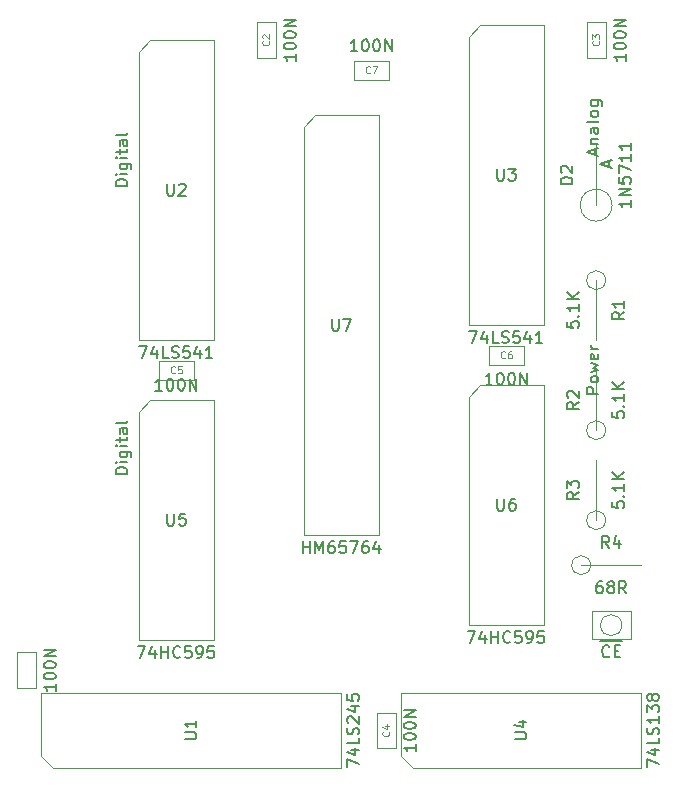
<source format=gbr>
G04 #@! TF.GenerationSoftware,KiCad,Pcbnew,(5.1.2)-2*
G04 #@! TF.CreationDate,2020-02-08T13:07:24+13:00*
G04 #@! TF.ProjectId,APEDSK-AU,41504544-534b-42d4-9155-2e6b69636164,rev?*
G04 #@! TF.SameCoordinates,Original*
G04 #@! TF.FileFunction,Other,Fab,Top*
%FSLAX46Y46*%
G04 Gerber Fmt 4.6, Leading zero omitted, Abs format (unit mm)*
G04 Created by KiCad (PCBNEW (5.1.2)-2) date 2020-02-08 13:07:24*
%MOMM*%
%LPD*%
G04 APERTURE LIST*
%ADD10C,0.100000*%
%ADD11C,0.150000*%
%ADD12C,0.090000*%
G04 APERTURE END LIST*
D10*
X166878000Y-116205000D02*
X171958000Y-116205000D01*
X167678000Y-116205000D02*
G75*
G03X167678000Y-116205000I-800000J0D01*
G01*
X168148000Y-112395000D02*
X168148000Y-107315000D01*
X168948000Y-112395000D02*
G75*
G03X168948000Y-112395000I-800000J0D01*
G01*
X168148000Y-104775000D02*
X168148000Y-99695000D01*
X168948000Y-104775000D02*
G75*
G03X168948000Y-104775000I-800000J0D01*
G01*
X168148000Y-92075000D02*
X168148000Y-97155000D01*
X168948000Y-92075000D02*
G75*
G03X168948000Y-92075000I-800000J0D01*
G01*
X168148000Y-85725000D02*
X168148000Y-80645000D01*
X169498000Y-85725000D02*
G75*
G03X169498000Y-85725000I-1350000J0D01*
G01*
X152638000Y-133350000D02*
X151638000Y-132350000D01*
X171958000Y-133350000D02*
X152638000Y-133350000D01*
X171958000Y-127000000D02*
X171958000Y-133350000D01*
X151638000Y-127000000D02*
X171958000Y-127000000D01*
X151638000Y-132350000D02*
X151638000Y-127000000D01*
X122158000Y-133350000D02*
X121158000Y-132350000D01*
X146558000Y-133350000D02*
X122158000Y-133350000D01*
X146558000Y-127000000D02*
X146558000Y-133350000D01*
X121158000Y-127000000D02*
X146558000Y-127000000D01*
X121158000Y-132350000D02*
X121158000Y-127000000D01*
X119088000Y-123575000D02*
X119088000Y-126575000D01*
X120688000Y-123575000D02*
X119088000Y-123575000D01*
X120688000Y-126575000D02*
X120688000Y-123575000D01*
X119088000Y-126575000D02*
X120688000Y-126575000D01*
X129413000Y-72755000D02*
X130413000Y-71755000D01*
X129413000Y-97155000D02*
X129413000Y-72755000D01*
X135763000Y-97155000D02*
X129413000Y-97155000D01*
X135763000Y-71755000D02*
X135763000Y-97155000D01*
X130413000Y-71755000D02*
X135763000Y-71755000D01*
X129413000Y-103235000D02*
X130413000Y-102235000D01*
X129413000Y-122555000D02*
X129413000Y-103235000D01*
X135763000Y-122555000D02*
X129413000Y-122555000D01*
X135763000Y-102235000D02*
X135763000Y-122555000D01*
X130413000Y-102235000D02*
X135763000Y-102235000D01*
X143383000Y-79105000D02*
X144383000Y-78105000D01*
X143383000Y-113665000D02*
X143383000Y-79105000D01*
X149733000Y-113665000D02*
X143383000Y-113665000D01*
X149733000Y-78105000D02*
X149733000Y-113665000D01*
X144383000Y-78105000D02*
X149733000Y-78105000D01*
X157353000Y-101965000D02*
X158353000Y-100965000D01*
X157353000Y-121285000D02*
X157353000Y-101965000D01*
X163703000Y-121285000D02*
X157353000Y-121285000D01*
X163703000Y-100965000D02*
X163703000Y-121285000D01*
X158353000Y-100965000D02*
X163703000Y-100965000D01*
X157353000Y-71485000D02*
X158353000Y-70485000D01*
X157353000Y-95885000D02*
X157353000Y-71485000D01*
X163703000Y-95885000D02*
X157353000Y-95885000D01*
X163703000Y-70485000D02*
X163703000Y-95885000D01*
X158353000Y-70485000D02*
X163703000Y-70485000D01*
X171068000Y-120085000D02*
X167768000Y-120085000D01*
X171068000Y-122485000D02*
X171068000Y-120085000D01*
X167768000Y-122485000D02*
X171068000Y-122485000D01*
X167768000Y-120085000D02*
X167768000Y-122485000D01*
X170318000Y-121285000D02*
G75*
G03X170318000Y-121285000I-900000J0D01*
G01*
X149568000Y-128695000D02*
X149568000Y-131695000D01*
X151168000Y-128695000D02*
X149568000Y-128695000D01*
X151168000Y-131695000D02*
X151168000Y-128695000D01*
X149568000Y-131695000D02*
X151168000Y-131695000D01*
X162048000Y-97625000D02*
X159048000Y-97625000D01*
X162048000Y-99225000D02*
X162048000Y-97625000D01*
X159048000Y-99225000D02*
X162048000Y-99225000D01*
X159048000Y-97625000D02*
X159048000Y-99225000D01*
X167348000Y-70235000D02*
X167348000Y-73235000D01*
X168948000Y-70235000D02*
X167348000Y-70235000D01*
X168948000Y-73235000D02*
X168948000Y-70235000D01*
X167348000Y-73235000D02*
X168948000Y-73235000D01*
X147618000Y-75095000D02*
X150618000Y-75095000D01*
X147618000Y-73495000D02*
X147618000Y-75095000D01*
X150618000Y-73495000D02*
X147618000Y-73495000D01*
X150618000Y-75095000D02*
X150618000Y-73495000D01*
X139408000Y-70235000D02*
X139408000Y-73235000D01*
X141008000Y-70235000D02*
X139408000Y-70235000D01*
X141008000Y-73235000D02*
X141008000Y-70235000D01*
X139408000Y-73235000D02*
X141008000Y-73235000D01*
X131108000Y-100495000D02*
X134108000Y-100495000D01*
X131108000Y-98895000D02*
X131108000Y-100495000D01*
X134108000Y-98895000D02*
X131108000Y-98895000D01*
X134108000Y-100495000D02*
X134108000Y-98895000D01*
D11*
X168632285Y-117577380D02*
X168441809Y-117577380D01*
X168346571Y-117625000D01*
X168298952Y-117672619D01*
X168203714Y-117815476D01*
X168156095Y-118005952D01*
X168156095Y-118386904D01*
X168203714Y-118482142D01*
X168251333Y-118529761D01*
X168346571Y-118577380D01*
X168537047Y-118577380D01*
X168632285Y-118529761D01*
X168679904Y-118482142D01*
X168727523Y-118386904D01*
X168727523Y-118148809D01*
X168679904Y-118053571D01*
X168632285Y-118005952D01*
X168537047Y-117958333D01*
X168346571Y-117958333D01*
X168251333Y-118005952D01*
X168203714Y-118053571D01*
X168156095Y-118148809D01*
X169298952Y-118005952D02*
X169203714Y-117958333D01*
X169156095Y-117910714D01*
X169108476Y-117815476D01*
X169108476Y-117767857D01*
X169156095Y-117672619D01*
X169203714Y-117625000D01*
X169298952Y-117577380D01*
X169489428Y-117577380D01*
X169584666Y-117625000D01*
X169632285Y-117672619D01*
X169679904Y-117767857D01*
X169679904Y-117815476D01*
X169632285Y-117910714D01*
X169584666Y-117958333D01*
X169489428Y-118005952D01*
X169298952Y-118005952D01*
X169203714Y-118053571D01*
X169156095Y-118101190D01*
X169108476Y-118196428D01*
X169108476Y-118386904D01*
X169156095Y-118482142D01*
X169203714Y-118529761D01*
X169298952Y-118577380D01*
X169489428Y-118577380D01*
X169584666Y-118529761D01*
X169632285Y-118482142D01*
X169679904Y-118386904D01*
X169679904Y-118196428D01*
X169632285Y-118101190D01*
X169584666Y-118053571D01*
X169489428Y-118005952D01*
X170679904Y-118577380D02*
X170346571Y-118101190D01*
X170108476Y-118577380D02*
X170108476Y-117577380D01*
X170489428Y-117577380D01*
X170584666Y-117625000D01*
X170632285Y-117672619D01*
X170679904Y-117767857D01*
X170679904Y-117910714D01*
X170632285Y-118005952D01*
X170584666Y-118053571D01*
X170489428Y-118101190D01*
X170108476Y-118101190D01*
X169251333Y-114737380D02*
X168918000Y-114261190D01*
X168679904Y-114737380D02*
X168679904Y-113737380D01*
X169060857Y-113737380D01*
X169156095Y-113785000D01*
X169203714Y-113832619D01*
X169251333Y-113927857D01*
X169251333Y-114070714D01*
X169203714Y-114165952D01*
X169156095Y-114213571D01*
X169060857Y-114261190D01*
X168679904Y-114261190D01*
X170108476Y-114070714D02*
X170108476Y-114737380D01*
X169870380Y-113689761D02*
X169632285Y-114404047D01*
X170251333Y-114404047D01*
X169520380Y-110831190D02*
X169520380Y-111307380D01*
X169996571Y-111355000D01*
X169948952Y-111307380D01*
X169901333Y-111212142D01*
X169901333Y-110974047D01*
X169948952Y-110878809D01*
X169996571Y-110831190D01*
X170091809Y-110783571D01*
X170329904Y-110783571D01*
X170425142Y-110831190D01*
X170472761Y-110878809D01*
X170520380Y-110974047D01*
X170520380Y-111212142D01*
X170472761Y-111307380D01*
X170425142Y-111355000D01*
X170425142Y-110355000D02*
X170472761Y-110307380D01*
X170520380Y-110355000D01*
X170472761Y-110402619D01*
X170425142Y-110355000D01*
X170520380Y-110355000D01*
X170520380Y-109355000D02*
X170520380Y-109926428D01*
X170520380Y-109640714D02*
X169520380Y-109640714D01*
X169663238Y-109735952D01*
X169758476Y-109831190D01*
X169806095Y-109926428D01*
X170520380Y-108926428D02*
X169520380Y-108926428D01*
X170520380Y-108355000D02*
X169948952Y-108783571D01*
X169520380Y-108355000D02*
X170091809Y-108926428D01*
X166680380Y-110021666D02*
X166204190Y-110355000D01*
X166680380Y-110593095D02*
X165680380Y-110593095D01*
X165680380Y-110212142D01*
X165728000Y-110116904D01*
X165775619Y-110069285D01*
X165870857Y-110021666D01*
X166013714Y-110021666D01*
X166108952Y-110069285D01*
X166156571Y-110116904D01*
X166204190Y-110212142D01*
X166204190Y-110593095D01*
X165680380Y-109688333D02*
X165680380Y-109069285D01*
X166061333Y-109402619D01*
X166061333Y-109259761D01*
X166108952Y-109164523D01*
X166156571Y-109116904D01*
X166251809Y-109069285D01*
X166489904Y-109069285D01*
X166585142Y-109116904D01*
X166632761Y-109164523D01*
X166680380Y-109259761D01*
X166680380Y-109545476D01*
X166632761Y-109640714D01*
X166585142Y-109688333D01*
X169520380Y-103211190D02*
X169520380Y-103687380D01*
X169996571Y-103735000D01*
X169948952Y-103687380D01*
X169901333Y-103592142D01*
X169901333Y-103354047D01*
X169948952Y-103258809D01*
X169996571Y-103211190D01*
X170091809Y-103163571D01*
X170329904Y-103163571D01*
X170425142Y-103211190D01*
X170472761Y-103258809D01*
X170520380Y-103354047D01*
X170520380Y-103592142D01*
X170472761Y-103687380D01*
X170425142Y-103735000D01*
X170425142Y-102735000D02*
X170472761Y-102687380D01*
X170520380Y-102735000D01*
X170472761Y-102782619D01*
X170425142Y-102735000D01*
X170520380Y-102735000D01*
X170520380Y-101735000D02*
X170520380Y-102306428D01*
X170520380Y-102020714D02*
X169520380Y-102020714D01*
X169663238Y-102115952D01*
X169758476Y-102211190D01*
X169806095Y-102306428D01*
X170520380Y-101306428D02*
X169520380Y-101306428D01*
X170520380Y-100735000D02*
X169948952Y-101163571D01*
X169520380Y-100735000D02*
X170091809Y-101306428D01*
X166680380Y-102401666D02*
X166204190Y-102735000D01*
X166680380Y-102973095D02*
X165680380Y-102973095D01*
X165680380Y-102592142D01*
X165728000Y-102496904D01*
X165775619Y-102449285D01*
X165870857Y-102401666D01*
X166013714Y-102401666D01*
X166108952Y-102449285D01*
X166156571Y-102496904D01*
X166204190Y-102592142D01*
X166204190Y-102973095D01*
X165775619Y-102020714D02*
X165728000Y-101973095D01*
X165680380Y-101877857D01*
X165680380Y-101639761D01*
X165728000Y-101544523D01*
X165775619Y-101496904D01*
X165870857Y-101449285D01*
X165966095Y-101449285D01*
X166108952Y-101496904D01*
X166680380Y-102068333D01*
X166680380Y-101449285D01*
X165680380Y-95591190D02*
X165680380Y-96067380D01*
X166156571Y-96115000D01*
X166108952Y-96067380D01*
X166061333Y-95972142D01*
X166061333Y-95734047D01*
X166108952Y-95638809D01*
X166156571Y-95591190D01*
X166251809Y-95543571D01*
X166489904Y-95543571D01*
X166585142Y-95591190D01*
X166632761Y-95638809D01*
X166680380Y-95734047D01*
X166680380Y-95972142D01*
X166632761Y-96067380D01*
X166585142Y-96115000D01*
X166585142Y-95115000D02*
X166632761Y-95067380D01*
X166680380Y-95115000D01*
X166632761Y-95162619D01*
X166585142Y-95115000D01*
X166680380Y-95115000D01*
X166680380Y-94115000D02*
X166680380Y-94686428D01*
X166680380Y-94400714D02*
X165680380Y-94400714D01*
X165823238Y-94495952D01*
X165918476Y-94591190D01*
X165966095Y-94686428D01*
X166680380Y-93686428D02*
X165680380Y-93686428D01*
X166680380Y-93115000D02*
X166108952Y-93543571D01*
X165680380Y-93115000D02*
X166251809Y-93686428D01*
X170520380Y-94781666D02*
X170044190Y-95115000D01*
X170520380Y-95353095D02*
X169520380Y-95353095D01*
X169520380Y-94972142D01*
X169568000Y-94876904D01*
X169615619Y-94829285D01*
X169710857Y-94781666D01*
X169853714Y-94781666D01*
X169948952Y-94829285D01*
X169996571Y-94876904D01*
X170044190Y-94972142D01*
X170044190Y-95353095D01*
X170520380Y-93829285D02*
X170520380Y-94400714D01*
X170520380Y-94115000D02*
X169520380Y-94115000D01*
X169663238Y-94210238D01*
X169758476Y-94305476D01*
X169806095Y-94400714D01*
X171070380Y-85327857D02*
X171070380Y-85899285D01*
X171070380Y-85613571D02*
X170070380Y-85613571D01*
X170213238Y-85708809D01*
X170308476Y-85804047D01*
X170356095Y-85899285D01*
X171070380Y-84899285D02*
X170070380Y-84899285D01*
X171070380Y-84327857D01*
X170070380Y-84327857D01*
X170070380Y-83375476D02*
X170070380Y-83851666D01*
X170546571Y-83899285D01*
X170498952Y-83851666D01*
X170451333Y-83756428D01*
X170451333Y-83518333D01*
X170498952Y-83423095D01*
X170546571Y-83375476D01*
X170641809Y-83327857D01*
X170879904Y-83327857D01*
X170975142Y-83375476D01*
X171022761Y-83423095D01*
X171070380Y-83518333D01*
X171070380Y-83756428D01*
X171022761Y-83851666D01*
X170975142Y-83899285D01*
X170070380Y-82994523D02*
X170070380Y-82327857D01*
X171070380Y-82756428D01*
X171070380Y-81423095D02*
X171070380Y-81994523D01*
X171070380Y-81708809D02*
X170070380Y-81708809D01*
X170213238Y-81804047D01*
X170308476Y-81899285D01*
X170356095Y-81994523D01*
X171070380Y-80470714D02*
X171070380Y-81042142D01*
X171070380Y-80756428D02*
X170070380Y-80756428D01*
X170213238Y-80851666D01*
X170308476Y-80946904D01*
X170356095Y-81042142D01*
X169214666Y-82483095D02*
X169214666Y-82006904D01*
X169500380Y-82578333D02*
X168500380Y-82245000D01*
X169500380Y-81911666D01*
X166130380Y-83923095D02*
X165130380Y-83923095D01*
X165130380Y-83685000D01*
X165178000Y-83542142D01*
X165273238Y-83446904D01*
X165368476Y-83399285D01*
X165558952Y-83351666D01*
X165701809Y-83351666D01*
X165892285Y-83399285D01*
X165987523Y-83446904D01*
X166082761Y-83542142D01*
X166130380Y-83685000D01*
X166130380Y-83923095D01*
X165225619Y-82970714D02*
X165178000Y-82923095D01*
X165130380Y-82827857D01*
X165130380Y-82589761D01*
X165178000Y-82494523D01*
X165225619Y-82446904D01*
X165320857Y-82399285D01*
X165416095Y-82399285D01*
X165558952Y-82446904D01*
X166130380Y-83018333D01*
X166130380Y-82399285D01*
X172470380Y-133294047D02*
X172470380Y-132627380D01*
X173470380Y-133055952D01*
X172803714Y-131817857D02*
X173470380Y-131817857D01*
X172422761Y-132055952D02*
X173137047Y-132294047D01*
X173137047Y-131675000D01*
X173470380Y-130817857D02*
X173470380Y-131294047D01*
X172470380Y-131294047D01*
X173422761Y-130532142D02*
X173470380Y-130389285D01*
X173470380Y-130151190D01*
X173422761Y-130055952D01*
X173375142Y-130008333D01*
X173279904Y-129960714D01*
X173184666Y-129960714D01*
X173089428Y-130008333D01*
X173041809Y-130055952D01*
X172994190Y-130151190D01*
X172946571Y-130341666D01*
X172898952Y-130436904D01*
X172851333Y-130484523D01*
X172756095Y-130532142D01*
X172660857Y-130532142D01*
X172565619Y-130484523D01*
X172518000Y-130436904D01*
X172470380Y-130341666D01*
X172470380Y-130103571D01*
X172518000Y-129960714D01*
X173470380Y-129008333D02*
X173470380Y-129579761D01*
X173470380Y-129294047D02*
X172470380Y-129294047D01*
X172613238Y-129389285D01*
X172708476Y-129484523D01*
X172756095Y-129579761D01*
X172470380Y-128675000D02*
X172470380Y-128055952D01*
X172851333Y-128389285D01*
X172851333Y-128246428D01*
X172898952Y-128151190D01*
X172946571Y-128103571D01*
X173041809Y-128055952D01*
X173279904Y-128055952D01*
X173375142Y-128103571D01*
X173422761Y-128151190D01*
X173470380Y-128246428D01*
X173470380Y-128532142D01*
X173422761Y-128627380D01*
X173375142Y-128675000D01*
X172898952Y-127484523D02*
X172851333Y-127579761D01*
X172803714Y-127627380D01*
X172708476Y-127675000D01*
X172660857Y-127675000D01*
X172565619Y-127627380D01*
X172518000Y-127579761D01*
X172470380Y-127484523D01*
X172470380Y-127294047D01*
X172518000Y-127198809D01*
X172565619Y-127151190D01*
X172660857Y-127103571D01*
X172708476Y-127103571D01*
X172803714Y-127151190D01*
X172851333Y-127198809D01*
X172898952Y-127294047D01*
X172898952Y-127484523D01*
X172946571Y-127579761D01*
X172994190Y-127627380D01*
X173089428Y-127675000D01*
X173279904Y-127675000D01*
X173375142Y-127627380D01*
X173422761Y-127579761D01*
X173470380Y-127484523D01*
X173470380Y-127294047D01*
X173422761Y-127198809D01*
X173375142Y-127151190D01*
X173279904Y-127103571D01*
X173089428Y-127103571D01*
X172994190Y-127151190D01*
X172946571Y-127198809D01*
X172898952Y-127294047D01*
X161250380Y-130936904D02*
X162059904Y-130936904D01*
X162155142Y-130889285D01*
X162202761Y-130841666D01*
X162250380Y-130746428D01*
X162250380Y-130555952D01*
X162202761Y-130460714D01*
X162155142Y-130413095D01*
X162059904Y-130365476D01*
X161250380Y-130365476D01*
X161583714Y-129460714D02*
X162250380Y-129460714D01*
X161202761Y-129698809D02*
X161917047Y-129936904D01*
X161917047Y-129317857D01*
X147070380Y-133294047D02*
X147070380Y-132627380D01*
X148070380Y-133055952D01*
X147403714Y-131817857D02*
X148070380Y-131817857D01*
X147022761Y-132055952D02*
X147737047Y-132294047D01*
X147737047Y-131675000D01*
X148070380Y-130817857D02*
X148070380Y-131294047D01*
X147070380Y-131294047D01*
X148022761Y-130532142D02*
X148070380Y-130389285D01*
X148070380Y-130151190D01*
X148022761Y-130055952D01*
X147975142Y-130008333D01*
X147879904Y-129960714D01*
X147784666Y-129960714D01*
X147689428Y-130008333D01*
X147641809Y-130055952D01*
X147594190Y-130151190D01*
X147546571Y-130341666D01*
X147498952Y-130436904D01*
X147451333Y-130484523D01*
X147356095Y-130532142D01*
X147260857Y-130532142D01*
X147165619Y-130484523D01*
X147118000Y-130436904D01*
X147070380Y-130341666D01*
X147070380Y-130103571D01*
X147118000Y-129960714D01*
X147165619Y-129579761D02*
X147118000Y-129532142D01*
X147070380Y-129436904D01*
X147070380Y-129198809D01*
X147118000Y-129103571D01*
X147165619Y-129055952D01*
X147260857Y-129008333D01*
X147356095Y-129008333D01*
X147498952Y-129055952D01*
X148070380Y-129627380D01*
X148070380Y-129008333D01*
X147403714Y-128151190D02*
X148070380Y-128151190D01*
X147022761Y-128389285D02*
X147737047Y-128627380D01*
X147737047Y-128008333D01*
X147070380Y-127151190D02*
X147070380Y-127627380D01*
X147546571Y-127675000D01*
X147498952Y-127627380D01*
X147451333Y-127532142D01*
X147451333Y-127294047D01*
X147498952Y-127198809D01*
X147546571Y-127151190D01*
X147641809Y-127103571D01*
X147879904Y-127103571D01*
X147975142Y-127151190D01*
X148022761Y-127198809D01*
X148070380Y-127294047D01*
X148070380Y-127532142D01*
X148022761Y-127627380D01*
X147975142Y-127675000D01*
X133310380Y-130936904D02*
X134119904Y-130936904D01*
X134215142Y-130889285D01*
X134262761Y-130841666D01*
X134310380Y-130746428D01*
X134310380Y-130555952D01*
X134262761Y-130460714D01*
X134215142Y-130413095D01*
X134119904Y-130365476D01*
X133310380Y-130365476D01*
X134310380Y-129365476D02*
X134310380Y-129936904D01*
X134310380Y-129651190D02*
X133310380Y-129651190D01*
X133453238Y-129746428D01*
X133548476Y-129841666D01*
X133596095Y-129936904D01*
X122390380Y-126265476D02*
X122390380Y-126836904D01*
X122390380Y-126551190D02*
X121390380Y-126551190D01*
X121533238Y-126646428D01*
X121628476Y-126741666D01*
X121676095Y-126836904D01*
X121390380Y-125646428D02*
X121390380Y-125551190D01*
X121438000Y-125455952D01*
X121485619Y-125408333D01*
X121580857Y-125360714D01*
X121771333Y-125313095D01*
X122009428Y-125313095D01*
X122199904Y-125360714D01*
X122295142Y-125408333D01*
X122342761Y-125455952D01*
X122390380Y-125551190D01*
X122390380Y-125646428D01*
X122342761Y-125741666D01*
X122295142Y-125789285D01*
X122199904Y-125836904D01*
X122009428Y-125884523D01*
X121771333Y-125884523D01*
X121580857Y-125836904D01*
X121485619Y-125789285D01*
X121438000Y-125741666D01*
X121390380Y-125646428D01*
X121390380Y-124694047D02*
X121390380Y-124598809D01*
X121438000Y-124503571D01*
X121485619Y-124455952D01*
X121580857Y-124408333D01*
X121771333Y-124360714D01*
X122009428Y-124360714D01*
X122199904Y-124408333D01*
X122295142Y-124455952D01*
X122342761Y-124503571D01*
X122390380Y-124598809D01*
X122390380Y-124694047D01*
X122342761Y-124789285D01*
X122295142Y-124836904D01*
X122199904Y-124884523D01*
X122009428Y-124932142D01*
X121771333Y-124932142D01*
X121580857Y-124884523D01*
X121485619Y-124836904D01*
X121438000Y-124789285D01*
X121390380Y-124694047D01*
X122390380Y-123932142D02*
X121390380Y-123932142D01*
X122390380Y-123360714D01*
X121390380Y-123360714D01*
X129468952Y-97667380D02*
X130135619Y-97667380D01*
X129707047Y-98667380D01*
X130945142Y-98000714D02*
X130945142Y-98667380D01*
X130707047Y-97619761D02*
X130468952Y-98334047D01*
X131088000Y-98334047D01*
X131945142Y-98667380D02*
X131468952Y-98667380D01*
X131468952Y-97667380D01*
X132230857Y-98619761D02*
X132373714Y-98667380D01*
X132611809Y-98667380D01*
X132707047Y-98619761D01*
X132754666Y-98572142D01*
X132802285Y-98476904D01*
X132802285Y-98381666D01*
X132754666Y-98286428D01*
X132707047Y-98238809D01*
X132611809Y-98191190D01*
X132421333Y-98143571D01*
X132326095Y-98095952D01*
X132278476Y-98048333D01*
X132230857Y-97953095D01*
X132230857Y-97857857D01*
X132278476Y-97762619D01*
X132326095Y-97715000D01*
X132421333Y-97667380D01*
X132659428Y-97667380D01*
X132802285Y-97715000D01*
X133707047Y-97667380D02*
X133230857Y-97667380D01*
X133183238Y-98143571D01*
X133230857Y-98095952D01*
X133326095Y-98048333D01*
X133564190Y-98048333D01*
X133659428Y-98095952D01*
X133707047Y-98143571D01*
X133754666Y-98238809D01*
X133754666Y-98476904D01*
X133707047Y-98572142D01*
X133659428Y-98619761D01*
X133564190Y-98667380D01*
X133326095Y-98667380D01*
X133230857Y-98619761D01*
X133183238Y-98572142D01*
X134611809Y-98000714D02*
X134611809Y-98667380D01*
X134373714Y-97619761D02*
X134135619Y-98334047D01*
X134754666Y-98334047D01*
X135659428Y-98667380D02*
X135088000Y-98667380D01*
X135373714Y-98667380D02*
X135373714Y-97667380D01*
X135278476Y-97810238D01*
X135183238Y-97905476D01*
X135088000Y-97953095D01*
X131826095Y-83907380D02*
X131826095Y-84716904D01*
X131873714Y-84812142D01*
X131921333Y-84859761D01*
X132016571Y-84907380D01*
X132207047Y-84907380D01*
X132302285Y-84859761D01*
X132349904Y-84812142D01*
X132397523Y-84716904D01*
X132397523Y-83907380D01*
X132826095Y-84002619D02*
X132873714Y-83955000D01*
X132968952Y-83907380D01*
X133207047Y-83907380D01*
X133302285Y-83955000D01*
X133349904Y-84002619D01*
X133397523Y-84097857D01*
X133397523Y-84193095D01*
X133349904Y-84335952D01*
X132778476Y-84907380D01*
X133397523Y-84907380D01*
X129326095Y-123067380D02*
X129992761Y-123067380D01*
X129564190Y-124067380D01*
X130802285Y-123400714D02*
X130802285Y-124067380D01*
X130564190Y-123019761D02*
X130326095Y-123734047D01*
X130945142Y-123734047D01*
X131326095Y-124067380D02*
X131326095Y-123067380D01*
X131326095Y-123543571D02*
X131897523Y-123543571D01*
X131897523Y-124067380D02*
X131897523Y-123067380D01*
X132945142Y-123972142D02*
X132897523Y-124019761D01*
X132754666Y-124067380D01*
X132659428Y-124067380D01*
X132516571Y-124019761D01*
X132421333Y-123924523D01*
X132373714Y-123829285D01*
X132326095Y-123638809D01*
X132326095Y-123495952D01*
X132373714Y-123305476D01*
X132421333Y-123210238D01*
X132516571Y-123115000D01*
X132659428Y-123067380D01*
X132754666Y-123067380D01*
X132897523Y-123115000D01*
X132945142Y-123162619D01*
X133849904Y-123067380D02*
X133373714Y-123067380D01*
X133326095Y-123543571D01*
X133373714Y-123495952D01*
X133468952Y-123448333D01*
X133707047Y-123448333D01*
X133802285Y-123495952D01*
X133849904Y-123543571D01*
X133897523Y-123638809D01*
X133897523Y-123876904D01*
X133849904Y-123972142D01*
X133802285Y-124019761D01*
X133707047Y-124067380D01*
X133468952Y-124067380D01*
X133373714Y-124019761D01*
X133326095Y-123972142D01*
X134373714Y-124067380D02*
X134564190Y-124067380D01*
X134659428Y-124019761D01*
X134707047Y-123972142D01*
X134802285Y-123829285D01*
X134849904Y-123638809D01*
X134849904Y-123257857D01*
X134802285Y-123162619D01*
X134754666Y-123115000D01*
X134659428Y-123067380D01*
X134468952Y-123067380D01*
X134373714Y-123115000D01*
X134326095Y-123162619D01*
X134278476Y-123257857D01*
X134278476Y-123495952D01*
X134326095Y-123591190D01*
X134373714Y-123638809D01*
X134468952Y-123686428D01*
X134659428Y-123686428D01*
X134754666Y-123638809D01*
X134802285Y-123591190D01*
X134849904Y-123495952D01*
X135754666Y-123067380D02*
X135278476Y-123067380D01*
X135230857Y-123543571D01*
X135278476Y-123495952D01*
X135373714Y-123448333D01*
X135611809Y-123448333D01*
X135707047Y-123495952D01*
X135754666Y-123543571D01*
X135802285Y-123638809D01*
X135802285Y-123876904D01*
X135754666Y-123972142D01*
X135707047Y-124019761D01*
X135611809Y-124067380D01*
X135373714Y-124067380D01*
X135278476Y-124019761D01*
X135230857Y-123972142D01*
X131826095Y-111847380D02*
X131826095Y-112656904D01*
X131873714Y-112752142D01*
X131921333Y-112799761D01*
X132016571Y-112847380D01*
X132207047Y-112847380D01*
X132302285Y-112799761D01*
X132349904Y-112752142D01*
X132397523Y-112656904D01*
X132397523Y-111847380D01*
X133349904Y-111847380D02*
X132873714Y-111847380D01*
X132826095Y-112323571D01*
X132873714Y-112275952D01*
X132968952Y-112228333D01*
X133207047Y-112228333D01*
X133302285Y-112275952D01*
X133349904Y-112323571D01*
X133397523Y-112418809D01*
X133397523Y-112656904D01*
X133349904Y-112752142D01*
X133302285Y-112799761D01*
X133207047Y-112847380D01*
X132968952Y-112847380D01*
X132873714Y-112799761D01*
X132826095Y-112752142D01*
X128468380Y-84105476D02*
X127468380Y-84105476D01*
X127468380Y-83867380D01*
X127516000Y-83724523D01*
X127611238Y-83629285D01*
X127706476Y-83581666D01*
X127896952Y-83534047D01*
X128039809Y-83534047D01*
X128230285Y-83581666D01*
X128325523Y-83629285D01*
X128420761Y-83724523D01*
X128468380Y-83867380D01*
X128468380Y-84105476D01*
X128468380Y-83105476D02*
X127801714Y-83105476D01*
X127468380Y-83105476D02*
X127516000Y-83153095D01*
X127563619Y-83105476D01*
X127516000Y-83057857D01*
X127468380Y-83105476D01*
X127563619Y-83105476D01*
X127801714Y-82200714D02*
X128611238Y-82200714D01*
X128706476Y-82248333D01*
X128754095Y-82295952D01*
X128801714Y-82391190D01*
X128801714Y-82534047D01*
X128754095Y-82629285D01*
X128420761Y-82200714D02*
X128468380Y-82295952D01*
X128468380Y-82486428D01*
X128420761Y-82581666D01*
X128373142Y-82629285D01*
X128277904Y-82676904D01*
X127992190Y-82676904D01*
X127896952Y-82629285D01*
X127849333Y-82581666D01*
X127801714Y-82486428D01*
X127801714Y-82295952D01*
X127849333Y-82200714D01*
X128468380Y-81724523D02*
X127801714Y-81724523D01*
X127468380Y-81724523D02*
X127516000Y-81772142D01*
X127563619Y-81724523D01*
X127516000Y-81676904D01*
X127468380Y-81724523D01*
X127563619Y-81724523D01*
X127801714Y-81391190D02*
X127801714Y-81010238D01*
X127468380Y-81248333D02*
X128325523Y-81248333D01*
X128420761Y-81200714D01*
X128468380Y-81105476D01*
X128468380Y-81010238D01*
X128468380Y-80248333D02*
X127944571Y-80248333D01*
X127849333Y-80295952D01*
X127801714Y-80391190D01*
X127801714Y-80581666D01*
X127849333Y-80676904D01*
X128420761Y-80248333D02*
X128468380Y-80343571D01*
X128468380Y-80581666D01*
X128420761Y-80676904D01*
X128325523Y-80724523D01*
X128230285Y-80724523D01*
X128135047Y-80676904D01*
X128087428Y-80581666D01*
X128087428Y-80343571D01*
X128039809Y-80248333D01*
X128468380Y-79629285D02*
X128420761Y-79724523D01*
X128325523Y-79772142D01*
X127468380Y-79772142D01*
X143319904Y-115177380D02*
X143319904Y-114177380D01*
X143319904Y-114653571D02*
X143891333Y-114653571D01*
X143891333Y-115177380D02*
X143891333Y-114177380D01*
X144367523Y-115177380D02*
X144367523Y-114177380D01*
X144700857Y-114891666D01*
X145034190Y-114177380D01*
X145034190Y-115177380D01*
X145938952Y-114177380D02*
X145748476Y-114177380D01*
X145653238Y-114225000D01*
X145605619Y-114272619D01*
X145510380Y-114415476D01*
X145462761Y-114605952D01*
X145462761Y-114986904D01*
X145510380Y-115082142D01*
X145558000Y-115129761D01*
X145653238Y-115177380D01*
X145843714Y-115177380D01*
X145938952Y-115129761D01*
X145986571Y-115082142D01*
X146034190Y-114986904D01*
X146034190Y-114748809D01*
X145986571Y-114653571D01*
X145938952Y-114605952D01*
X145843714Y-114558333D01*
X145653238Y-114558333D01*
X145558000Y-114605952D01*
X145510380Y-114653571D01*
X145462761Y-114748809D01*
X146938952Y-114177380D02*
X146462761Y-114177380D01*
X146415142Y-114653571D01*
X146462761Y-114605952D01*
X146558000Y-114558333D01*
X146796095Y-114558333D01*
X146891333Y-114605952D01*
X146938952Y-114653571D01*
X146986571Y-114748809D01*
X146986571Y-114986904D01*
X146938952Y-115082142D01*
X146891333Y-115129761D01*
X146796095Y-115177380D01*
X146558000Y-115177380D01*
X146462761Y-115129761D01*
X146415142Y-115082142D01*
X147319904Y-114177380D02*
X147986571Y-114177380D01*
X147558000Y-115177380D01*
X148796095Y-114177380D02*
X148605619Y-114177380D01*
X148510380Y-114225000D01*
X148462761Y-114272619D01*
X148367523Y-114415476D01*
X148319904Y-114605952D01*
X148319904Y-114986904D01*
X148367523Y-115082142D01*
X148415142Y-115129761D01*
X148510380Y-115177380D01*
X148700857Y-115177380D01*
X148796095Y-115129761D01*
X148843714Y-115082142D01*
X148891333Y-114986904D01*
X148891333Y-114748809D01*
X148843714Y-114653571D01*
X148796095Y-114605952D01*
X148700857Y-114558333D01*
X148510380Y-114558333D01*
X148415142Y-114605952D01*
X148367523Y-114653571D01*
X148319904Y-114748809D01*
X149748476Y-114510714D02*
X149748476Y-115177380D01*
X149510380Y-114129761D02*
X149272285Y-114844047D01*
X149891333Y-114844047D01*
X145796095Y-95337380D02*
X145796095Y-96146904D01*
X145843714Y-96242142D01*
X145891333Y-96289761D01*
X145986571Y-96337380D01*
X146177047Y-96337380D01*
X146272285Y-96289761D01*
X146319904Y-96242142D01*
X146367523Y-96146904D01*
X146367523Y-95337380D01*
X146748476Y-95337380D02*
X147415142Y-95337380D01*
X146986571Y-96337380D01*
X157266095Y-121797380D02*
X157932761Y-121797380D01*
X157504190Y-122797380D01*
X158742285Y-122130714D02*
X158742285Y-122797380D01*
X158504190Y-121749761D02*
X158266095Y-122464047D01*
X158885142Y-122464047D01*
X159266095Y-122797380D02*
X159266095Y-121797380D01*
X159266095Y-122273571D02*
X159837523Y-122273571D01*
X159837523Y-122797380D02*
X159837523Y-121797380D01*
X160885142Y-122702142D02*
X160837523Y-122749761D01*
X160694666Y-122797380D01*
X160599428Y-122797380D01*
X160456571Y-122749761D01*
X160361333Y-122654523D01*
X160313714Y-122559285D01*
X160266095Y-122368809D01*
X160266095Y-122225952D01*
X160313714Y-122035476D01*
X160361333Y-121940238D01*
X160456571Y-121845000D01*
X160599428Y-121797380D01*
X160694666Y-121797380D01*
X160837523Y-121845000D01*
X160885142Y-121892619D01*
X161789904Y-121797380D02*
X161313714Y-121797380D01*
X161266095Y-122273571D01*
X161313714Y-122225952D01*
X161408952Y-122178333D01*
X161647047Y-122178333D01*
X161742285Y-122225952D01*
X161789904Y-122273571D01*
X161837523Y-122368809D01*
X161837523Y-122606904D01*
X161789904Y-122702142D01*
X161742285Y-122749761D01*
X161647047Y-122797380D01*
X161408952Y-122797380D01*
X161313714Y-122749761D01*
X161266095Y-122702142D01*
X162313714Y-122797380D02*
X162504190Y-122797380D01*
X162599428Y-122749761D01*
X162647047Y-122702142D01*
X162742285Y-122559285D01*
X162789904Y-122368809D01*
X162789904Y-121987857D01*
X162742285Y-121892619D01*
X162694666Y-121845000D01*
X162599428Y-121797380D01*
X162408952Y-121797380D01*
X162313714Y-121845000D01*
X162266095Y-121892619D01*
X162218476Y-121987857D01*
X162218476Y-122225952D01*
X162266095Y-122321190D01*
X162313714Y-122368809D01*
X162408952Y-122416428D01*
X162599428Y-122416428D01*
X162694666Y-122368809D01*
X162742285Y-122321190D01*
X162789904Y-122225952D01*
X163694666Y-121797380D02*
X163218476Y-121797380D01*
X163170857Y-122273571D01*
X163218476Y-122225952D01*
X163313714Y-122178333D01*
X163551809Y-122178333D01*
X163647047Y-122225952D01*
X163694666Y-122273571D01*
X163742285Y-122368809D01*
X163742285Y-122606904D01*
X163694666Y-122702142D01*
X163647047Y-122749761D01*
X163551809Y-122797380D01*
X163313714Y-122797380D01*
X163218476Y-122749761D01*
X163170857Y-122702142D01*
X159766095Y-110577380D02*
X159766095Y-111386904D01*
X159813714Y-111482142D01*
X159861333Y-111529761D01*
X159956571Y-111577380D01*
X160147047Y-111577380D01*
X160242285Y-111529761D01*
X160289904Y-111482142D01*
X160337523Y-111386904D01*
X160337523Y-110577380D01*
X161242285Y-110577380D02*
X161051809Y-110577380D01*
X160956571Y-110625000D01*
X160908952Y-110672619D01*
X160813714Y-110815476D01*
X160766095Y-111005952D01*
X160766095Y-111386904D01*
X160813714Y-111482142D01*
X160861333Y-111529761D01*
X160956571Y-111577380D01*
X161147047Y-111577380D01*
X161242285Y-111529761D01*
X161289904Y-111482142D01*
X161337523Y-111386904D01*
X161337523Y-111148809D01*
X161289904Y-111053571D01*
X161242285Y-111005952D01*
X161147047Y-110958333D01*
X160956571Y-110958333D01*
X160861333Y-111005952D01*
X160813714Y-111053571D01*
X160766095Y-111148809D01*
X157408952Y-96397380D02*
X158075619Y-96397380D01*
X157647047Y-97397380D01*
X158885142Y-96730714D02*
X158885142Y-97397380D01*
X158647047Y-96349761D02*
X158408952Y-97064047D01*
X159028000Y-97064047D01*
X159885142Y-97397380D02*
X159408952Y-97397380D01*
X159408952Y-96397380D01*
X160170857Y-97349761D02*
X160313714Y-97397380D01*
X160551809Y-97397380D01*
X160647047Y-97349761D01*
X160694666Y-97302142D01*
X160742285Y-97206904D01*
X160742285Y-97111666D01*
X160694666Y-97016428D01*
X160647047Y-96968809D01*
X160551809Y-96921190D01*
X160361333Y-96873571D01*
X160266095Y-96825952D01*
X160218476Y-96778333D01*
X160170857Y-96683095D01*
X160170857Y-96587857D01*
X160218476Y-96492619D01*
X160266095Y-96445000D01*
X160361333Y-96397380D01*
X160599428Y-96397380D01*
X160742285Y-96445000D01*
X161647047Y-96397380D02*
X161170857Y-96397380D01*
X161123238Y-96873571D01*
X161170857Y-96825952D01*
X161266095Y-96778333D01*
X161504190Y-96778333D01*
X161599428Y-96825952D01*
X161647047Y-96873571D01*
X161694666Y-96968809D01*
X161694666Y-97206904D01*
X161647047Y-97302142D01*
X161599428Y-97349761D01*
X161504190Y-97397380D01*
X161266095Y-97397380D01*
X161170857Y-97349761D01*
X161123238Y-97302142D01*
X162551809Y-96730714D02*
X162551809Y-97397380D01*
X162313714Y-96349761D02*
X162075619Y-97064047D01*
X162694666Y-97064047D01*
X163599428Y-97397380D02*
X163028000Y-97397380D01*
X163313714Y-97397380D02*
X163313714Y-96397380D01*
X163218476Y-96540238D01*
X163123238Y-96635476D01*
X163028000Y-96683095D01*
X159766095Y-82637380D02*
X159766095Y-83446904D01*
X159813714Y-83542142D01*
X159861333Y-83589761D01*
X159956571Y-83637380D01*
X160147047Y-83637380D01*
X160242285Y-83589761D01*
X160289904Y-83542142D01*
X160337523Y-83446904D01*
X160337523Y-82637380D01*
X160718476Y-82637380D02*
X161337523Y-82637380D01*
X161004190Y-83018333D01*
X161147047Y-83018333D01*
X161242285Y-83065952D01*
X161289904Y-83113571D01*
X161337523Y-83208809D01*
X161337523Y-83446904D01*
X161289904Y-83542142D01*
X161242285Y-83589761D01*
X161147047Y-83637380D01*
X160861333Y-83637380D01*
X160766095Y-83589761D01*
X160718476Y-83542142D01*
X168465619Y-122630000D02*
X169465619Y-122630000D01*
X169275142Y-123902142D02*
X169227523Y-123949761D01*
X169084666Y-123997380D01*
X168989428Y-123997380D01*
X168846571Y-123949761D01*
X168751333Y-123854523D01*
X168703714Y-123759285D01*
X168656095Y-123568809D01*
X168656095Y-123425952D01*
X168703714Y-123235476D01*
X168751333Y-123140238D01*
X168846571Y-123045000D01*
X168989428Y-122997380D01*
X169084666Y-122997380D01*
X169227523Y-123045000D01*
X169275142Y-123092619D01*
X169465619Y-122630000D02*
X170370380Y-122630000D01*
X169703714Y-123473571D02*
X170037047Y-123473571D01*
X170179904Y-123997380D02*
X169703714Y-123997380D01*
X169703714Y-122997380D01*
X170179904Y-122997380D01*
X152870380Y-131385476D02*
X152870380Y-131956904D01*
X152870380Y-131671190D02*
X151870380Y-131671190D01*
X152013238Y-131766428D01*
X152108476Y-131861666D01*
X152156095Y-131956904D01*
X151870380Y-130766428D02*
X151870380Y-130671190D01*
X151918000Y-130575952D01*
X151965619Y-130528333D01*
X152060857Y-130480714D01*
X152251333Y-130433095D01*
X152489428Y-130433095D01*
X152679904Y-130480714D01*
X152775142Y-130528333D01*
X152822761Y-130575952D01*
X152870380Y-130671190D01*
X152870380Y-130766428D01*
X152822761Y-130861666D01*
X152775142Y-130909285D01*
X152679904Y-130956904D01*
X152489428Y-131004523D01*
X152251333Y-131004523D01*
X152060857Y-130956904D01*
X151965619Y-130909285D01*
X151918000Y-130861666D01*
X151870380Y-130766428D01*
X151870380Y-129814047D02*
X151870380Y-129718809D01*
X151918000Y-129623571D01*
X151965619Y-129575952D01*
X152060857Y-129528333D01*
X152251333Y-129480714D01*
X152489428Y-129480714D01*
X152679904Y-129528333D01*
X152775142Y-129575952D01*
X152822761Y-129623571D01*
X152870380Y-129718809D01*
X152870380Y-129814047D01*
X152822761Y-129909285D01*
X152775142Y-129956904D01*
X152679904Y-130004523D01*
X152489428Y-130052142D01*
X152251333Y-130052142D01*
X152060857Y-130004523D01*
X151965619Y-129956904D01*
X151918000Y-129909285D01*
X151870380Y-129814047D01*
X152870380Y-129052142D02*
X151870380Y-129052142D01*
X152870380Y-128480714D01*
X151870380Y-128480714D01*
D12*
X150582285Y-130295000D02*
X150610857Y-130323571D01*
X150639428Y-130409285D01*
X150639428Y-130466428D01*
X150610857Y-130552142D01*
X150553714Y-130609285D01*
X150496571Y-130637857D01*
X150382285Y-130666428D01*
X150296571Y-130666428D01*
X150182285Y-130637857D01*
X150125142Y-130609285D01*
X150068000Y-130552142D01*
X150039428Y-130466428D01*
X150039428Y-130409285D01*
X150068000Y-130323571D01*
X150096571Y-130295000D01*
X150239428Y-129780714D02*
X150639428Y-129780714D01*
X150010857Y-129923571D02*
X150439428Y-130066428D01*
X150439428Y-129695000D01*
D11*
X159357523Y-100927380D02*
X158786095Y-100927380D01*
X159071809Y-100927380D02*
X159071809Y-99927380D01*
X158976571Y-100070238D01*
X158881333Y-100165476D01*
X158786095Y-100213095D01*
X159976571Y-99927380D02*
X160071809Y-99927380D01*
X160167047Y-99975000D01*
X160214666Y-100022619D01*
X160262285Y-100117857D01*
X160309904Y-100308333D01*
X160309904Y-100546428D01*
X160262285Y-100736904D01*
X160214666Y-100832142D01*
X160167047Y-100879761D01*
X160071809Y-100927380D01*
X159976571Y-100927380D01*
X159881333Y-100879761D01*
X159833714Y-100832142D01*
X159786095Y-100736904D01*
X159738476Y-100546428D01*
X159738476Y-100308333D01*
X159786095Y-100117857D01*
X159833714Y-100022619D01*
X159881333Y-99975000D01*
X159976571Y-99927380D01*
X160928952Y-99927380D02*
X161024190Y-99927380D01*
X161119428Y-99975000D01*
X161167047Y-100022619D01*
X161214666Y-100117857D01*
X161262285Y-100308333D01*
X161262285Y-100546428D01*
X161214666Y-100736904D01*
X161167047Y-100832142D01*
X161119428Y-100879761D01*
X161024190Y-100927380D01*
X160928952Y-100927380D01*
X160833714Y-100879761D01*
X160786095Y-100832142D01*
X160738476Y-100736904D01*
X160690857Y-100546428D01*
X160690857Y-100308333D01*
X160738476Y-100117857D01*
X160786095Y-100022619D01*
X160833714Y-99975000D01*
X160928952Y-99927380D01*
X161690857Y-100927380D02*
X161690857Y-99927380D01*
X162262285Y-100927380D01*
X162262285Y-99927380D01*
D12*
X160448000Y-98639285D02*
X160419428Y-98667857D01*
X160333714Y-98696428D01*
X160276571Y-98696428D01*
X160190857Y-98667857D01*
X160133714Y-98610714D01*
X160105142Y-98553571D01*
X160076571Y-98439285D01*
X160076571Y-98353571D01*
X160105142Y-98239285D01*
X160133714Y-98182142D01*
X160190857Y-98125000D01*
X160276571Y-98096428D01*
X160333714Y-98096428D01*
X160419428Y-98125000D01*
X160448000Y-98153571D01*
X160962285Y-98096428D02*
X160848000Y-98096428D01*
X160790857Y-98125000D01*
X160762285Y-98153571D01*
X160705142Y-98239285D01*
X160676571Y-98353571D01*
X160676571Y-98582142D01*
X160705142Y-98639285D01*
X160733714Y-98667857D01*
X160790857Y-98696428D01*
X160905142Y-98696428D01*
X160962285Y-98667857D01*
X160990857Y-98639285D01*
X161019428Y-98582142D01*
X161019428Y-98439285D01*
X160990857Y-98382142D01*
X160962285Y-98353571D01*
X160905142Y-98325000D01*
X160790857Y-98325000D01*
X160733714Y-98353571D01*
X160705142Y-98382142D01*
X160676571Y-98439285D01*
D11*
X170650380Y-72925476D02*
X170650380Y-73496904D01*
X170650380Y-73211190D02*
X169650380Y-73211190D01*
X169793238Y-73306428D01*
X169888476Y-73401666D01*
X169936095Y-73496904D01*
X169650380Y-72306428D02*
X169650380Y-72211190D01*
X169698000Y-72115952D01*
X169745619Y-72068333D01*
X169840857Y-72020714D01*
X170031333Y-71973095D01*
X170269428Y-71973095D01*
X170459904Y-72020714D01*
X170555142Y-72068333D01*
X170602761Y-72115952D01*
X170650380Y-72211190D01*
X170650380Y-72306428D01*
X170602761Y-72401666D01*
X170555142Y-72449285D01*
X170459904Y-72496904D01*
X170269428Y-72544523D01*
X170031333Y-72544523D01*
X169840857Y-72496904D01*
X169745619Y-72449285D01*
X169698000Y-72401666D01*
X169650380Y-72306428D01*
X169650380Y-71354047D02*
X169650380Y-71258809D01*
X169698000Y-71163571D01*
X169745619Y-71115952D01*
X169840857Y-71068333D01*
X170031333Y-71020714D01*
X170269428Y-71020714D01*
X170459904Y-71068333D01*
X170555142Y-71115952D01*
X170602761Y-71163571D01*
X170650380Y-71258809D01*
X170650380Y-71354047D01*
X170602761Y-71449285D01*
X170555142Y-71496904D01*
X170459904Y-71544523D01*
X170269428Y-71592142D01*
X170031333Y-71592142D01*
X169840857Y-71544523D01*
X169745619Y-71496904D01*
X169698000Y-71449285D01*
X169650380Y-71354047D01*
X170650380Y-70592142D02*
X169650380Y-70592142D01*
X170650380Y-70020714D01*
X169650380Y-70020714D01*
D12*
X168362285Y-71835000D02*
X168390857Y-71863571D01*
X168419428Y-71949285D01*
X168419428Y-72006428D01*
X168390857Y-72092142D01*
X168333714Y-72149285D01*
X168276571Y-72177857D01*
X168162285Y-72206428D01*
X168076571Y-72206428D01*
X167962285Y-72177857D01*
X167905142Y-72149285D01*
X167848000Y-72092142D01*
X167819428Y-72006428D01*
X167819428Y-71949285D01*
X167848000Y-71863571D01*
X167876571Y-71835000D01*
X167819428Y-71635000D02*
X167819428Y-71263571D01*
X168048000Y-71463571D01*
X168048000Y-71377857D01*
X168076571Y-71320714D01*
X168105142Y-71292142D01*
X168162285Y-71263571D01*
X168305142Y-71263571D01*
X168362285Y-71292142D01*
X168390857Y-71320714D01*
X168419428Y-71377857D01*
X168419428Y-71549285D01*
X168390857Y-71606428D01*
X168362285Y-71635000D01*
D11*
X147927523Y-72697380D02*
X147356095Y-72697380D01*
X147641809Y-72697380D02*
X147641809Y-71697380D01*
X147546571Y-71840238D01*
X147451333Y-71935476D01*
X147356095Y-71983095D01*
X148546571Y-71697380D02*
X148641809Y-71697380D01*
X148737047Y-71745000D01*
X148784666Y-71792619D01*
X148832285Y-71887857D01*
X148879904Y-72078333D01*
X148879904Y-72316428D01*
X148832285Y-72506904D01*
X148784666Y-72602142D01*
X148737047Y-72649761D01*
X148641809Y-72697380D01*
X148546571Y-72697380D01*
X148451333Y-72649761D01*
X148403714Y-72602142D01*
X148356095Y-72506904D01*
X148308476Y-72316428D01*
X148308476Y-72078333D01*
X148356095Y-71887857D01*
X148403714Y-71792619D01*
X148451333Y-71745000D01*
X148546571Y-71697380D01*
X149498952Y-71697380D02*
X149594190Y-71697380D01*
X149689428Y-71745000D01*
X149737047Y-71792619D01*
X149784666Y-71887857D01*
X149832285Y-72078333D01*
X149832285Y-72316428D01*
X149784666Y-72506904D01*
X149737047Y-72602142D01*
X149689428Y-72649761D01*
X149594190Y-72697380D01*
X149498952Y-72697380D01*
X149403714Y-72649761D01*
X149356095Y-72602142D01*
X149308476Y-72506904D01*
X149260857Y-72316428D01*
X149260857Y-72078333D01*
X149308476Y-71887857D01*
X149356095Y-71792619D01*
X149403714Y-71745000D01*
X149498952Y-71697380D01*
X150260857Y-72697380D02*
X150260857Y-71697380D01*
X150832285Y-72697380D01*
X150832285Y-71697380D01*
D12*
X149018000Y-74509285D02*
X148989428Y-74537857D01*
X148903714Y-74566428D01*
X148846571Y-74566428D01*
X148760857Y-74537857D01*
X148703714Y-74480714D01*
X148675142Y-74423571D01*
X148646571Y-74309285D01*
X148646571Y-74223571D01*
X148675142Y-74109285D01*
X148703714Y-74052142D01*
X148760857Y-73995000D01*
X148846571Y-73966428D01*
X148903714Y-73966428D01*
X148989428Y-73995000D01*
X149018000Y-74023571D01*
X149218000Y-73966428D02*
X149618000Y-73966428D01*
X149360857Y-74566428D01*
D11*
X142710380Y-72925476D02*
X142710380Y-73496904D01*
X142710380Y-73211190D02*
X141710380Y-73211190D01*
X141853238Y-73306428D01*
X141948476Y-73401666D01*
X141996095Y-73496904D01*
X141710380Y-72306428D02*
X141710380Y-72211190D01*
X141758000Y-72115952D01*
X141805619Y-72068333D01*
X141900857Y-72020714D01*
X142091333Y-71973095D01*
X142329428Y-71973095D01*
X142519904Y-72020714D01*
X142615142Y-72068333D01*
X142662761Y-72115952D01*
X142710380Y-72211190D01*
X142710380Y-72306428D01*
X142662761Y-72401666D01*
X142615142Y-72449285D01*
X142519904Y-72496904D01*
X142329428Y-72544523D01*
X142091333Y-72544523D01*
X141900857Y-72496904D01*
X141805619Y-72449285D01*
X141758000Y-72401666D01*
X141710380Y-72306428D01*
X141710380Y-71354047D02*
X141710380Y-71258809D01*
X141758000Y-71163571D01*
X141805619Y-71115952D01*
X141900857Y-71068333D01*
X142091333Y-71020714D01*
X142329428Y-71020714D01*
X142519904Y-71068333D01*
X142615142Y-71115952D01*
X142662761Y-71163571D01*
X142710380Y-71258809D01*
X142710380Y-71354047D01*
X142662761Y-71449285D01*
X142615142Y-71496904D01*
X142519904Y-71544523D01*
X142329428Y-71592142D01*
X142091333Y-71592142D01*
X141900857Y-71544523D01*
X141805619Y-71496904D01*
X141758000Y-71449285D01*
X141710380Y-71354047D01*
X142710380Y-70592142D02*
X141710380Y-70592142D01*
X142710380Y-70020714D01*
X141710380Y-70020714D01*
D12*
X140422285Y-71835000D02*
X140450857Y-71863571D01*
X140479428Y-71949285D01*
X140479428Y-72006428D01*
X140450857Y-72092142D01*
X140393714Y-72149285D01*
X140336571Y-72177857D01*
X140222285Y-72206428D01*
X140136571Y-72206428D01*
X140022285Y-72177857D01*
X139965142Y-72149285D01*
X139908000Y-72092142D01*
X139879428Y-72006428D01*
X139879428Y-71949285D01*
X139908000Y-71863571D01*
X139936571Y-71835000D01*
X139936571Y-71606428D02*
X139908000Y-71577857D01*
X139879428Y-71520714D01*
X139879428Y-71377857D01*
X139908000Y-71320714D01*
X139936571Y-71292142D01*
X139993714Y-71263571D01*
X140050857Y-71263571D01*
X140136571Y-71292142D01*
X140479428Y-71635000D01*
X140479428Y-71263571D01*
D11*
X131397523Y-101417380D02*
X130826095Y-101417380D01*
X131111809Y-101417380D02*
X131111809Y-100417380D01*
X131016571Y-100560238D01*
X130921333Y-100655476D01*
X130826095Y-100703095D01*
X132016571Y-100417380D02*
X132111809Y-100417380D01*
X132207047Y-100465000D01*
X132254666Y-100512619D01*
X132302285Y-100607857D01*
X132349904Y-100798333D01*
X132349904Y-101036428D01*
X132302285Y-101226904D01*
X132254666Y-101322142D01*
X132207047Y-101369761D01*
X132111809Y-101417380D01*
X132016571Y-101417380D01*
X131921333Y-101369761D01*
X131873714Y-101322142D01*
X131826095Y-101226904D01*
X131778476Y-101036428D01*
X131778476Y-100798333D01*
X131826095Y-100607857D01*
X131873714Y-100512619D01*
X131921333Y-100465000D01*
X132016571Y-100417380D01*
X132968952Y-100417380D02*
X133064190Y-100417380D01*
X133159428Y-100465000D01*
X133207047Y-100512619D01*
X133254666Y-100607857D01*
X133302285Y-100798333D01*
X133302285Y-101036428D01*
X133254666Y-101226904D01*
X133207047Y-101322142D01*
X133159428Y-101369761D01*
X133064190Y-101417380D01*
X132968952Y-101417380D01*
X132873714Y-101369761D01*
X132826095Y-101322142D01*
X132778476Y-101226904D01*
X132730857Y-101036428D01*
X132730857Y-100798333D01*
X132778476Y-100607857D01*
X132826095Y-100512619D01*
X132873714Y-100465000D01*
X132968952Y-100417380D01*
X133730857Y-101417380D02*
X133730857Y-100417380D01*
X134302285Y-101417380D01*
X134302285Y-100417380D01*
D12*
X132508000Y-99909285D02*
X132479428Y-99937857D01*
X132393714Y-99966428D01*
X132336571Y-99966428D01*
X132250857Y-99937857D01*
X132193714Y-99880714D01*
X132165142Y-99823571D01*
X132136571Y-99709285D01*
X132136571Y-99623571D01*
X132165142Y-99509285D01*
X132193714Y-99452142D01*
X132250857Y-99395000D01*
X132336571Y-99366428D01*
X132393714Y-99366428D01*
X132479428Y-99395000D01*
X132508000Y-99423571D01*
X133050857Y-99366428D02*
X132765142Y-99366428D01*
X132736571Y-99652142D01*
X132765142Y-99623571D01*
X132822285Y-99595000D01*
X132965142Y-99595000D01*
X133022285Y-99623571D01*
X133050857Y-99652142D01*
X133079428Y-99709285D01*
X133079428Y-99852142D01*
X133050857Y-99909285D01*
X133022285Y-99937857D01*
X132965142Y-99966428D01*
X132822285Y-99966428D01*
X132765142Y-99937857D01*
X132736571Y-99909285D01*
D11*
X168346380Y-101671190D02*
X167346380Y-101671190D01*
X167346380Y-101290238D01*
X167394000Y-101195000D01*
X167441619Y-101147380D01*
X167536857Y-101099761D01*
X167679714Y-101099761D01*
X167774952Y-101147380D01*
X167822571Y-101195000D01*
X167870190Y-101290238D01*
X167870190Y-101671190D01*
X168346380Y-100528333D02*
X168298761Y-100623571D01*
X168251142Y-100671190D01*
X168155904Y-100718809D01*
X167870190Y-100718809D01*
X167774952Y-100671190D01*
X167727333Y-100623571D01*
X167679714Y-100528333D01*
X167679714Y-100385476D01*
X167727333Y-100290238D01*
X167774952Y-100242619D01*
X167870190Y-100195000D01*
X168155904Y-100195000D01*
X168251142Y-100242619D01*
X168298761Y-100290238D01*
X168346380Y-100385476D01*
X168346380Y-100528333D01*
X167679714Y-99861666D02*
X168346380Y-99671190D01*
X167870190Y-99480714D01*
X168346380Y-99290238D01*
X167679714Y-99099761D01*
X168298761Y-98337857D02*
X168346380Y-98433095D01*
X168346380Y-98623571D01*
X168298761Y-98718809D01*
X168203523Y-98766428D01*
X167822571Y-98766428D01*
X167727333Y-98718809D01*
X167679714Y-98623571D01*
X167679714Y-98433095D01*
X167727333Y-98337857D01*
X167822571Y-98290238D01*
X167917809Y-98290238D01*
X168013047Y-98766428D01*
X168346380Y-97861666D02*
X167679714Y-97861666D01*
X167870190Y-97861666D02*
X167774952Y-97814047D01*
X167727333Y-97766428D01*
X167679714Y-97671190D01*
X167679714Y-97575952D01*
X168060666Y-81430523D02*
X168060666Y-80954333D01*
X168346380Y-81525761D02*
X167346380Y-81192428D01*
X168346380Y-80859095D01*
X167679714Y-80525761D02*
X168346380Y-80525761D01*
X167774952Y-80525761D02*
X167727333Y-80478142D01*
X167679714Y-80382904D01*
X167679714Y-80240047D01*
X167727333Y-80144809D01*
X167822571Y-80097190D01*
X168346380Y-80097190D01*
X168346380Y-79192428D02*
X167822571Y-79192428D01*
X167727333Y-79240047D01*
X167679714Y-79335285D01*
X167679714Y-79525761D01*
X167727333Y-79621000D01*
X168298761Y-79192428D02*
X168346380Y-79287666D01*
X168346380Y-79525761D01*
X168298761Y-79621000D01*
X168203523Y-79668619D01*
X168108285Y-79668619D01*
X168013047Y-79621000D01*
X167965428Y-79525761D01*
X167965428Y-79287666D01*
X167917809Y-79192428D01*
X168346380Y-78573380D02*
X168298761Y-78668619D01*
X168203523Y-78716238D01*
X167346380Y-78716238D01*
X168346380Y-78049571D02*
X168298761Y-78144809D01*
X168251142Y-78192428D01*
X168155904Y-78240047D01*
X167870190Y-78240047D01*
X167774952Y-78192428D01*
X167727333Y-78144809D01*
X167679714Y-78049571D01*
X167679714Y-77906714D01*
X167727333Y-77811476D01*
X167774952Y-77763857D01*
X167870190Y-77716238D01*
X168155904Y-77716238D01*
X168251142Y-77763857D01*
X168298761Y-77811476D01*
X168346380Y-77906714D01*
X168346380Y-78049571D01*
X167679714Y-76859095D02*
X168489238Y-76859095D01*
X168584476Y-76906714D01*
X168632095Y-76954333D01*
X168679714Y-77049571D01*
X168679714Y-77192428D01*
X168632095Y-77287666D01*
X168298761Y-76859095D02*
X168346380Y-76954333D01*
X168346380Y-77144809D01*
X168298761Y-77240047D01*
X168251142Y-77287666D01*
X168155904Y-77335285D01*
X167870190Y-77335285D01*
X167774952Y-77287666D01*
X167727333Y-77240047D01*
X167679714Y-77144809D01*
X167679714Y-76954333D01*
X167727333Y-76859095D01*
X128468380Y-108489476D02*
X127468380Y-108489476D01*
X127468380Y-108251380D01*
X127516000Y-108108523D01*
X127611238Y-108013285D01*
X127706476Y-107965666D01*
X127896952Y-107918047D01*
X128039809Y-107918047D01*
X128230285Y-107965666D01*
X128325523Y-108013285D01*
X128420761Y-108108523D01*
X128468380Y-108251380D01*
X128468380Y-108489476D01*
X128468380Y-107489476D02*
X127801714Y-107489476D01*
X127468380Y-107489476D02*
X127516000Y-107537095D01*
X127563619Y-107489476D01*
X127516000Y-107441857D01*
X127468380Y-107489476D01*
X127563619Y-107489476D01*
X127801714Y-106584714D02*
X128611238Y-106584714D01*
X128706476Y-106632333D01*
X128754095Y-106679952D01*
X128801714Y-106775190D01*
X128801714Y-106918047D01*
X128754095Y-107013285D01*
X128420761Y-106584714D02*
X128468380Y-106679952D01*
X128468380Y-106870428D01*
X128420761Y-106965666D01*
X128373142Y-107013285D01*
X128277904Y-107060904D01*
X127992190Y-107060904D01*
X127896952Y-107013285D01*
X127849333Y-106965666D01*
X127801714Y-106870428D01*
X127801714Y-106679952D01*
X127849333Y-106584714D01*
X128468380Y-106108523D02*
X127801714Y-106108523D01*
X127468380Y-106108523D02*
X127516000Y-106156142D01*
X127563619Y-106108523D01*
X127516000Y-106060904D01*
X127468380Y-106108523D01*
X127563619Y-106108523D01*
X127801714Y-105775190D02*
X127801714Y-105394238D01*
X127468380Y-105632333D02*
X128325523Y-105632333D01*
X128420761Y-105584714D01*
X128468380Y-105489476D01*
X128468380Y-105394238D01*
X128468380Y-104632333D02*
X127944571Y-104632333D01*
X127849333Y-104679952D01*
X127801714Y-104775190D01*
X127801714Y-104965666D01*
X127849333Y-105060904D01*
X128420761Y-104632333D02*
X128468380Y-104727571D01*
X128468380Y-104965666D01*
X128420761Y-105060904D01*
X128325523Y-105108523D01*
X128230285Y-105108523D01*
X128135047Y-105060904D01*
X128087428Y-104965666D01*
X128087428Y-104727571D01*
X128039809Y-104632333D01*
X128468380Y-104013285D02*
X128420761Y-104108523D01*
X128325523Y-104156142D01*
X127468380Y-104156142D01*
M02*

</source>
